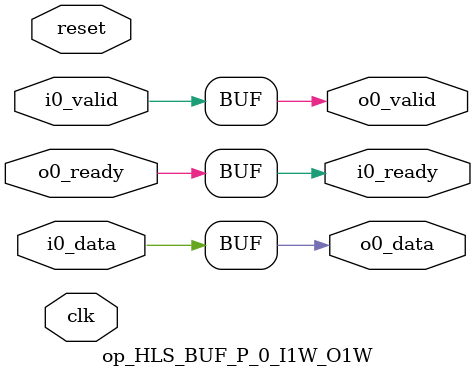
<source format=sv>
module op_HLS_BUF_P_0_I1W_O1W(	// git/chisel-template/src/main/scala/hls_float/hls_float.scala:521:7
  output i0_ready,	// git/chisel-template/src/main/scala/hls_float/hls_float.scala:524:14
  input  i0_valid,	// git/chisel-template/src/main/scala/hls_float/hls_float.scala:524:14
         i0_data,	// git/chisel-template/src/main/scala/hls_float/hls_float.scala:524:14
         o0_ready,	// git/chisel-template/src/main/scala/hls_float/hls_float.scala:525:14
  output o0_valid,	// git/chisel-template/src/main/scala/hls_float/hls_float.scala:525:14
         o0_data,	// git/chisel-template/src/main/scala/hls_float/hls_float.scala:525:14
  input  clk,	// git/chisel-template/src/main/scala/hls_float/hls_float.scala:526:15
         reset	// git/chisel-template/src/main/scala/hls_float/hls_float.scala:527:17
);

  assign i0_ready = o0_ready;	// git/chisel-template/src/main/scala/hls_float/hls_float.scala:521:7
  assign o0_valid = i0_valid;	// git/chisel-template/src/main/scala/hls_float/hls_float.scala:521:7
  assign o0_data = i0_data;	// git/chisel-template/src/main/scala/hls_float/hls_float.scala:521:7
endmodule



</source>
